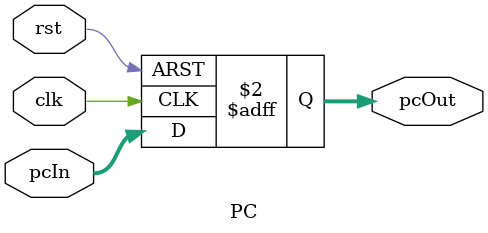
<source format=sv>
module FF(
	input        clk,
	input        rst,
    input        en,
	input        in,
	output logic out);

	always @(posedge clk or posedge rst) begin
		if(rst) begin
			out <= 0;
		end else if(en)
			out <= in;
            else
            out <= out;
	end
endmodule

module PC (
	input        clk,
	input        rst,
	input[11:0]  pcIn,
	output logic[11:0] pcOut);

	always @(posedge clk or posedge rst) begin : proc_pcOut
		if(rst) begin
			pcOut <= 0;
		end else begin
			pcOut <= pcIn;
		end
	end
endmodule

</source>
